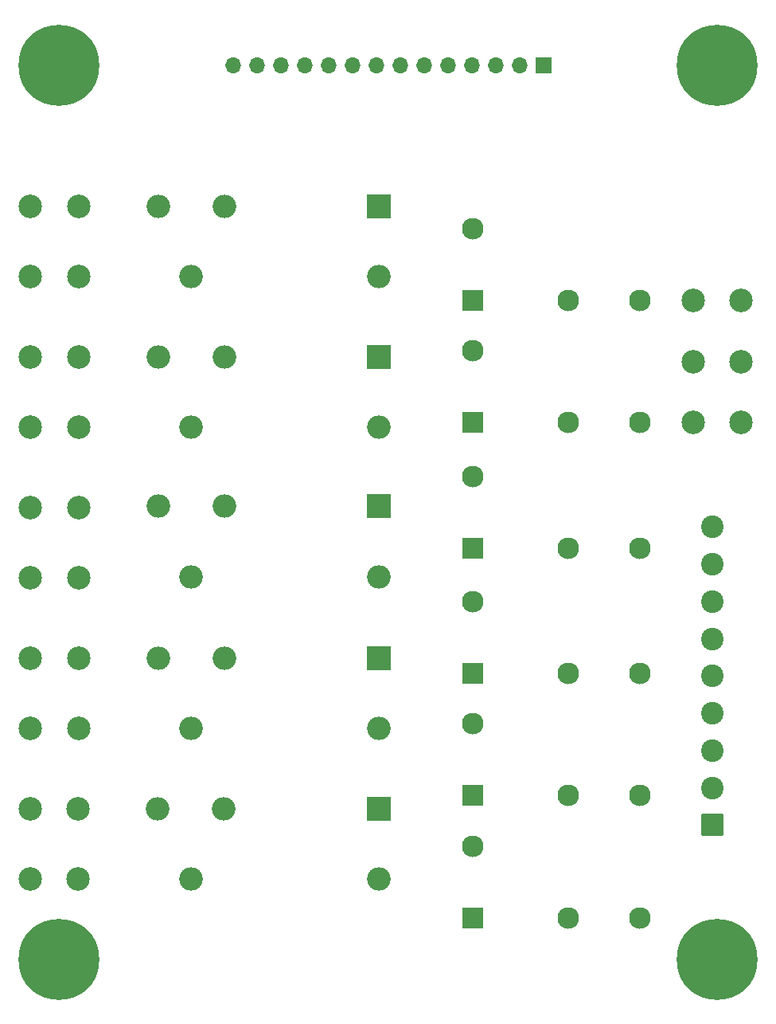
<source format=gbr>
%TF.GenerationSoftware,KiCad,Pcbnew,6.0.10+dfsg-2*%
%TF.CreationDate,2023-01-31T20:00:01-05:00*%
%TF.ProjectId,StoveRelays,53746f76-6552-4656-9c61-79732e6b6963,rev?*%
%TF.SameCoordinates,Original*%
%TF.FileFunction,Soldermask,Bot*%
%TF.FilePolarity,Negative*%
%FSLAX46Y46*%
G04 Gerber Fmt 4.6, Leading zero omitted, Abs format (unit mm)*
G04 Created by KiCad (PCBNEW 6.0.10+dfsg-2) date 2023-01-31 20:00:01*
%MOMM*%
%LPD*%
G01*
G04 APERTURE LIST*
G04 Aperture macros list*
%AMRoundRect*
0 Rectangle with rounded corners*
0 $1 Rounding radius*
0 $2 $3 $4 $5 $6 $7 $8 $9 X,Y pos of 4 corners*
0 Add a 4 corners polygon primitive as box body*
4,1,4,$2,$3,$4,$5,$6,$7,$8,$9,$2,$3,0*
0 Add four circle primitives for the rounded corners*
1,1,$1+$1,$2,$3*
1,1,$1+$1,$4,$5*
1,1,$1+$1,$6,$7*
1,1,$1+$1,$8,$9*
0 Add four rect primitives between the rounded corners*
20,1,$1+$1,$2,$3,$4,$5,0*
20,1,$1+$1,$4,$5,$6,$7,0*
20,1,$1+$1,$6,$7,$8,$9,0*
20,1,$1+$1,$8,$9,$2,$3,0*%
G04 Aperture macros list end*
%ADD10RoundRect,0.250001X0.949999X-0.949999X0.949999X0.949999X-0.949999X0.949999X-0.949999X-0.949999X0*%
%ADD11C,2.400000*%
%ADD12R,2.300000X2.300000*%
%ADD13C,2.300000*%
%ADD14C,0.900000*%
%ADD15C,8.600000*%
%ADD16O,2.500000X2.500000*%
%ADD17R,2.500000X2.500000*%
%ADD18C,2.500000*%
%ADD19R,1.700000X1.700000*%
%ADD20O,1.700000X1.700000*%
G04 APERTURE END LIST*
D10*
%TO.C,J16*%
X174482500Y-135760000D03*
D11*
X174482500Y-131800000D03*
X174482500Y-127840000D03*
X174482500Y-123880000D03*
X174482500Y-119920000D03*
X174482500Y-115960000D03*
X174482500Y-112000000D03*
X174482500Y-108040000D03*
X174482500Y-104080000D03*
%TD*%
D12*
%TO.C,K8*%
X149000000Y-93000000D03*
D13*
X159160000Y-93000000D03*
X166780000Y-93000000D03*
X149000000Y-85380000D03*
%TD*%
D12*
%TO.C,K10*%
X149000000Y-106370000D03*
D13*
X159160000Y-106370000D03*
X166780000Y-106370000D03*
X149000000Y-98750000D03*
%TD*%
D14*
%TO.C,H3*%
X175000000Y-146775000D03*
X177280419Y-152280419D03*
X175000000Y-153225000D03*
X177280419Y-147719581D03*
X171775000Y-150000000D03*
X172719581Y-152280419D03*
X172719581Y-147719581D03*
X178225000Y-150000000D03*
D15*
X175000000Y-150000000D03*
%TD*%
D16*
%TO.C,K1*%
X119000000Y-141500000D03*
X122500000Y-134000000D03*
X115500000Y-134000000D03*
D17*
X139000000Y-134000000D03*
D16*
X139000000Y-141500000D03*
%TD*%
D18*
%TO.C,J5*%
X101950000Y-102000000D03*
X107050000Y-102000000D03*
%TD*%
%TO.C,J12*%
X172450000Y-80000000D03*
X177550000Y-80000000D03*
%TD*%
%TO.C,J7*%
X101950000Y-70000000D03*
X107050000Y-70000000D03*
%TD*%
D12*
%TO.C,K11*%
X149000000Y-119620000D03*
D13*
X159160000Y-119620000D03*
X166780000Y-119620000D03*
X149000000Y-112000000D03*
%TD*%
D18*
%TO.C,J8*%
X107050000Y-93500000D03*
X101950000Y-93500000D03*
%TD*%
%TO.C,J13*%
X172450000Y-86500000D03*
X177550000Y-86500000D03*
%TD*%
%TO.C,J10*%
X107050000Y-125500000D03*
X101950000Y-125500000D03*
%TD*%
%TO.C,J11*%
X101950000Y-118000000D03*
X107050000Y-118000000D03*
%TD*%
D16*
%TO.C,K5*%
X119037500Y-125500000D03*
X122537500Y-118000000D03*
X115537500Y-118000000D03*
D17*
X139037500Y-118000000D03*
D16*
X139037500Y-125500000D03*
%TD*%
D18*
%TO.C,J2*%
X107012500Y-141500000D03*
X101912500Y-141500000D03*
%TD*%
D12*
%TO.C,K6*%
X149000000Y-145620000D03*
D13*
X159160000Y-145620000D03*
X166780000Y-145620000D03*
X149000000Y-138000000D03*
%TD*%
D18*
%TO.C,J9*%
X101950000Y-86000000D03*
X107050000Y-86000000D03*
%TD*%
D12*
%TO.C,K9*%
X149000000Y-80000000D03*
D13*
X159160000Y-80000000D03*
X166780000Y-80000000D03*
X149000000Y-72380000D03*
%TD*%
D12*
%TO.C,K7*%
X149000000Y-132620000D03*
D13*
X159160000Y-132620000D03*
X166780000Y-132620000D03*
X149000000Y-125000000D03*
%TD*%
D18*
%TO.C,J4*%
X107050000Y-109500000D03*
X101950000Y-109500000D03*
%TD*%
%TO.C,J3*%
X101912500Y-134000000D03*
X107012500Y-134000000D03*
%TD*%
%TO.C,J6*%
X101950000Y-77500000D03*
X107050000Y-77500000D03*
%TD*%
D15*
%TO.C,H2*%
X175000000Y-55000000D03*
D14*
X177280419Y-57280419D03*
X178225000Y-55000000D03*
X172719581Y-57280419D03*
X171775000Y-55000000D03*
X172719581Y-52719581D03*
X175000000Y-51775000D03*
X175000000Y-58225000D03*
X177280419Y-52719581D03*
%TD*%
D16*
%TO.C,K2*%
X119037500Y-109387500D03*
X122537500Y-101887500D03*
X115537500Y-101887500D03*
D17*
X139037500Y-101887500D03*
D16*
X139037500Y-109387500D03*
%TD*%
D14*
%TO.C,H1*%
X102719581Y-52719581D03*
X107280419Y-57280419D03*
X101775000Y-55000000D03*
X105000000Y-51775000D03*
X108225000Y-55000000D03*
X105000000Y-58225000D03*
D15*
X105000000Y-55000000D03*
D14*
X102719581Y-57280419D03*
X107280419Y-52719581D03*
%TD*%
D15*
%TO.C,H4*%
X105000000Y-150000000D03*
D14*
X105000000Y-146775000D03*
X107280419Y-152280419D03*
X105000000Y-153225000D03*
X102719581Y-147719581D03*
X108225000Y-150000000D03*
X101775000Y-150000000D03*
X102719581Y-152280419D03*
X107280419Y-147719581D03*
%TD*%
D16*
%TO.C,K4*%
X119037500Y-93500000D03*
X122537500Y-86000000D03*
X115537500Y-86000000D03*
D17*
X139037500Y-86000000D03*
D16*
X139037500Y-93500000D03*
%TD*%
D19*
%TO.C,J1*%
X156500000Y-55000000D03*
D20*
X153960000Y-55000000D03*
X151420000Y-55000000D03*
X148880000Y-55000000D03*
X146340000Y-55000000D03*
X143800000Y-55000000D03*
X141260000Y-55000000D03*
X138720000Y-55000000D03*
X136180000Y-55000000D03*
X133640000Y-55000000D03*
X131100000Y-55000000D03*
X128560000Y-55000000D03*
X126020000Y-55000000D03*
X123480000Y-55000000D03*
%TD*%
D16*
%TO.C,K3*%
X119037500Y-77500000D03*
X122537500Y-70000000D03*
X115537500Y-70000000D03*
D17*
X139037500Y-70000000D03*
D16*
X139037500Y-77500000D03*
%TD*%
D18*
%TO.C,J14*%
X177550000Y-93000000D03*
X172450000Y-93000000D03*
%TD*%
M02*

</source>
